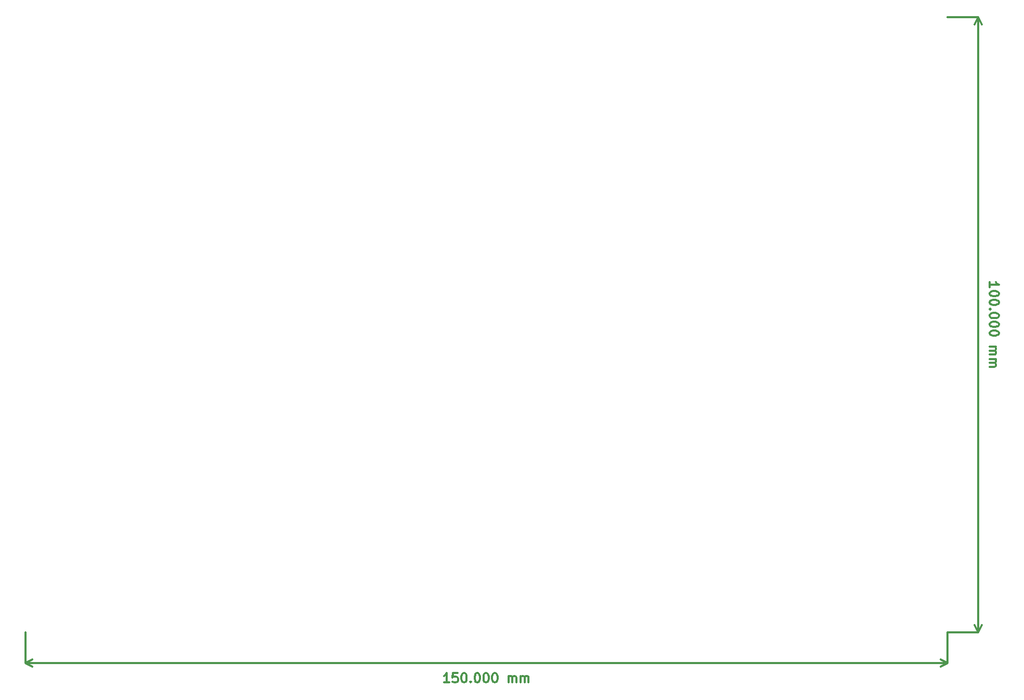
<source format=gbr>
G04 #@! TF.FileFunction,Other,User*
%FSLAX46Y46*%
G04 Gerber Fmt 4.6, Leading zero omitted, Abs format (unit mm)*
G04 Created by KiCad (PCBNEW 4.0.7) date 11/25/17 11:10:42*
%MOMM*%
%LPD*%
G01*
G04 APERTURE LIST*
%ADD10C,0.100000*%
%ADD11C,0.300000*%
G04 APERTURE END LIST*
D10*
D11*
X216821429Y-88928573D02*
X216821429Y-88071430D01*
X216821429Y-88500002D02*
X218321429Y-88500002D01*
X218107143Y-88357145D01*
X217964286Y-88214287D01*
X217892857Y-88071430D01*
X218321429Y-89857144D02*
X218321429Y-90000001D01*
X218250000Y-90142858D01*
X218178571Y-90214287D01*
X218035714Y-90285716D01*
X217750000Y-90357144D01*
X217392857Y-90357144D01*
X217107143Y-90285716D01*
X216964286Y-90214287D01*
X216892857Y-90142858D01*
X216821429Y-90000001D01*
X216821429Y-89857144D01*
X216892857Y-89714287D01*
X216964286Y-89642858D01*
X217107143Y-89571430D01*
X217392857Y-89500001D01*
X217750000Y-89500001D01*
X218035714Y-89571430D01*
X218178571Y-89642858D01*
X218250000Y-89714287D01*
X218321429Y-89857144D01*
X218321429Y-91285715D02*
X218321429Y-91428572D01*
X218250000Y-91571429D01*
X218178571Y-91642858D01*
X218035714Y-91714287D01*
X217750000Y-91785715D01*
X217392857Y-91785715D01*
X217107143Y-91714287D01*
X216964286Y-91642858D01*
X216892857Y-91571429D01*
X216821429Y-91428572D01*
X216821429Y-91285715D01*
X216892857Y-91142858D01*
X216964286Y-91071429D01*
X217107143Y-91000001D01*
X217392857Y-90928572D01*
X217750000Y-90928572D01*
X218035714Y-91000001D01*
X218178571Y-91071429D01*
X218250000Y-91142858D01*
X218321429Y-91285715D01*
X216964286Y-92428572D02*
X216892857Y-92500000D01*
X216821429Y-92428572D01*
X216892857Y-92357143D01*
X216964286Y-92428572D01*
X216821429Y-92428572D01*
X218321429Y-93428572D02*
X218321429Y-93571429D01*
X218250000Y-93714286D01*
X218178571Y-93785715D01*
X218035714Y-93857144D01*
X217750000Y-93928572D01*
X217392857Y-93928572D01*
X217107143Y-93857144D01*
X216964286Y-93785715D01*
X216892857Y-93714286D01*
X216821429Y-93571429D01*
X216821429Y-93428572D01*
X216892857Y-93285715D01*
X216964286Y-93214286D01*
X217107143Y-93142858D01*
X217392857Y-93071429D01*
X217750000Y-93071429D01*
X218035714Y-93142858D01*
X218178571Y-93214286D01*
X218250000Y-93285715D01*
X218321429Y-93428572D01*
X218321429Y-94857143D02*
X218321429Y-95000000D01*
X218250000Y-95142857D01*
X218178571Y-95214286D01*
X218035714Y-95285715D01*
X217750000Y-95357143D01*
X217392857Y-95357143D01*
X217107143Y-95285715D01*
X216964286Y-95214286D01*
X216892857Y-95142857D01*
X216821429Y-95000000D01*
X216821429Y-94857143D01*
X216892857Y-94714286D01*
X216964286Y-94642857D01*
X217107143Y-94571429D01*
X217392857Y-94500000D01*
X217750000Y-94500000D01*
X218035714Y-94571429D01*
X218178571Y-94642857D01*
X218250000Y-94714286D01*
X218321429Y-94857143D01*
X218321429Y-96285714D02*
X218321429Y-96428571D01*
X218250000Y-96571428D01*
X218178571Y-96642857D01*
X218035714Y-96714286D01*
X217750000Y-96785714D01*
X217392857Y-96785714D01*
X217107143Y-96714286D01*
X216964286Y-96642857D01*
X216892857Y-96571428D01*
X216821429Y-96428571D01*
X216821429Y-96285714D01*
X216892857Y-96142857D01*
X216964286Y-96071428D01*
X217107143Y-96000000D01*
X217392857Y-95928571D01*
X217750000Y-95928571D01*
X218035714Y-96000000D01*
X218178571Y-96071428D01*
X218250000Y-96142857D01*
X218321429Y-96285714D01*
X216821429Y-98571428D02*
X217821429Y-98571428D01*
X217678571Y-98571428D02*
X217750000Y-98642856D01*
X217821429Y-98785714D01*
X217821429Y-98999999D01*
X217750000Y-99142856D01*
X217607143Y-99214285D01*
X216821429Y-99214285D01*
X217607143Y-99214285D02*
X217750000Y-99285714D01*
X217821429Y-99428571D01*
X217821429Y-99642856D01*
X217750000Y-99785714D01*
X217607143Y-99857142D01*
X216821429Y-99857142D01*
X216821429Y-100571428D02*
X217821429Y-100571428D01*
X217678571Y-100571428D02*
X217750000Y-100642856D01*
X217821429Y-100785714D01*
X217821429Y-100999999D01*
X217750000Y-101142856D01*
X217607143Y-101214285D01*
X216821429Y-101214285D01*
X217607143Y-101214285D02*
X217750000Y-101285714D01*
X217821429Y-101428571D01*
X217821429Y-101642856D01*
X217750000Y-101785714D01*
X217607143Y-101857142D01*
X216821429Y-101857142D01*
X215000000Y-45000000D02*
X215000000Y-145000000D01*
X210000000Y-45000000D02*
X215000000Y-45000000D01*
X210000000Y-145000000D02*
X215000000Y-145000000D01*
X215000000Y-145000000D02*
X214413579Y-143873496D01*
X215000000Y-145000000D02*
X215586421Y-143873496D01*
X215000000Y-45000000D02*
X214413579Y-46126504D01*
X215000000Y-45000000D02*
X215586421Y-46126504D01*
X128928573Y-153178571D02*
X128071430Y-153178571D01*
X128500002Y-153178571D02*
X128500002Y-151678571D01*
X128357145Y-151892857D01*
X128214287Y-152035714D01*
X128071430Y-152107143D01*
X130285716Y-151678571D02*
X129571430Y-151678571D01*
X129500001Y-152392857D01*
X129571430Y-152321429D01*
X129714287Y-152250000D01*
X130071430Y-152250000D01*
X130214287Y-152321429D01*
X130285716Y-152392857D01*
X130357144Y-152535714D01*
X130357144Y-152892857D01*
X130285716Y-153035714D01*
X130214287Y-153107143D01*
X130071430Y-153178571D01*
X129714287Y-153178571D01*
X129571430Y-153107143D01*
X129500001Y-153035714D01*
X131285715Y-151678571D02*
X131428572Y-151678571D01*
X131571429Y-151750000D01*
X131642858Y-151821429D01*
X131714287Y-151964286D01*
X131785715Y-152250000D01*
X131785715Y-152607143D01*
X131714287Y-152892857D01*
X131642858Y-153035714D01*
X131571429Y-153107143D01*
X131428572Y-153178571D01*
X131285715Y-153178571D01*
X131142858Y-153107143D01*
X131071429Y-153035714D01*
X131000001Y-152892857D01*
X130928572Y-152607143D01*
X130928572Y-152250000D01*
X131000001Y-151964286D01*
X131071429Y-151821429D01*
X131142858Y-151750000D01*
X131285715Y-151678571D01*
X132428572Y-153035714D02*
X132500000Y-153107143D01*
X132428572Y-153178571D01*
X132357143Y-153107143D01*
X132428572Y-153035714D01*
X132428572Y-153178571D01*
X133428572Y-151678571D02*
X133571429Y-151678571D01*
X133714286Y-151750000D01*
X133785715Y-151821429D01*
X133857144Y-151964286D01*
X133928572Y-152250000D01*
X133928572Y-152607143D01*
X133857144Y-152892857D01*
X133785715Y-153035714D01*
X133714286Y-153107143D01*
X133571429Y-153178571D01*
X133428572Y-153178571D01*
X133285715Y-153107143D01*
X133214286Y-153035714D01*
X133142858Y-152892857D01*
X133071429Y-152607143D01*
X133071429Y-152250000D01*
X133142858Y-151964286D01*
X133214286Y-151821429D01*
X133285715Y-151750000D01*
X133428572Y-151678571D01*
X134857143Y-151678571D02*
X135000000Y-151678571D01*
X135142857Y-151750000D01*
X135214286Y-151821429D01*
X135285715Y-151964286D01*
X135357143Y-152250000D01*
X135357143Y-152607143D01*
X135285715Y-152892857D01*
X135214286Y-153035714D01*
X135142857Y-153107143D01*
X135000000Y-153178571D01*
X134857143Y-153178571D01*
X134714286Y-153107143D01*
X134642857Y-153035714D01*
X134571429Y-152892857D01*
X134500000Y-152607143D01*
X134500000Y-152250000D01*
X134571429Y-151964286D01*
X134642857Y-151821429D01*
X134714286Y-151750000D01*
X134857143Y-151678571D01*
X136285714Y-151678571D02*
X136428571Y-151678571D01*
X136571428Y-151750000D01*
X136642857Y-151821429D01*
X136714286Y-151964286D01*
X136785714Y-152250000D01*
X136785714Y-152607143D01*
X136714286Y-152892857D01*
X136642857Y-153035714D01*
X136571428Y-153107143D01*
X136428571Y-153178571D01*
X136285714Y-153178571D01*
X136142857Y-153107143D01*
X136071428Y-153035714D01*
X136000000Y-152892857D01*
X135928571Y-152607143D01*
X135928571Y-152250000D01*
X136000000Y-151964286D01*
X136071428Y-151821429D01*
X136142857Y-151750000D01*
X136285714Y-151678571D01*
X138571428Y-153178571D02*
X138571428Y-152178571D01*
X138571428Y-152321429D02*
X138642856Y-152250000D01*
X138785714Y-152178571D01*
X138999999Y-152178571D01*
X139142856Y-152250000D01*
X139214285Y-152392857D01*
X139214285Y-153178571D01*
X139214285Y-152392857D02*
X139285714Y-152250000D01*
X139428571Y-152178571D01*
X139642856Y-152178571D01*
X139785714Y-152250000D01*
X139857142Y-152392857D01*
X139857142Y-153178571D01*
X140571428Y-153178571D02*
X140571428Y-152178571D01*
X140571428Y-152321429D02*
X140642856Y-152250000D01*
X140785714Y-152178571D01*
X140999999Y-152178571D01*
X141142856Y-152250000D01*
X141214285Y-152392857D01*
X141214285Y-153178571D01*
X141214285Y-152392857D02*
X141285714Y-152250000D01*
X141428571Y-152178571D01*
X141642856Y-152178571D01*
X141785714Y-152250000D01*
X141857142Y-152392857D01*
X141857142Y-153178571D01*
X60000000Y-150000000D02*
X210000000Y-150000000D01*
X60000000Y-145000000D02*
X60000000Y-150000000D01*
X210000000Y-145000000D02*
X210000000Y-150000000D01*
X210000000Y-150000000D02*
X208873496Y-150586421D01*
X210000000Y-150000000D02*
X208873496Y-149413579D01*
X60000000Y-150000000D02*
X61126504Y-150586421D01*
X60000000Y-150000000D02*
X61126504Y-149413579D01*
M02*

</source>
